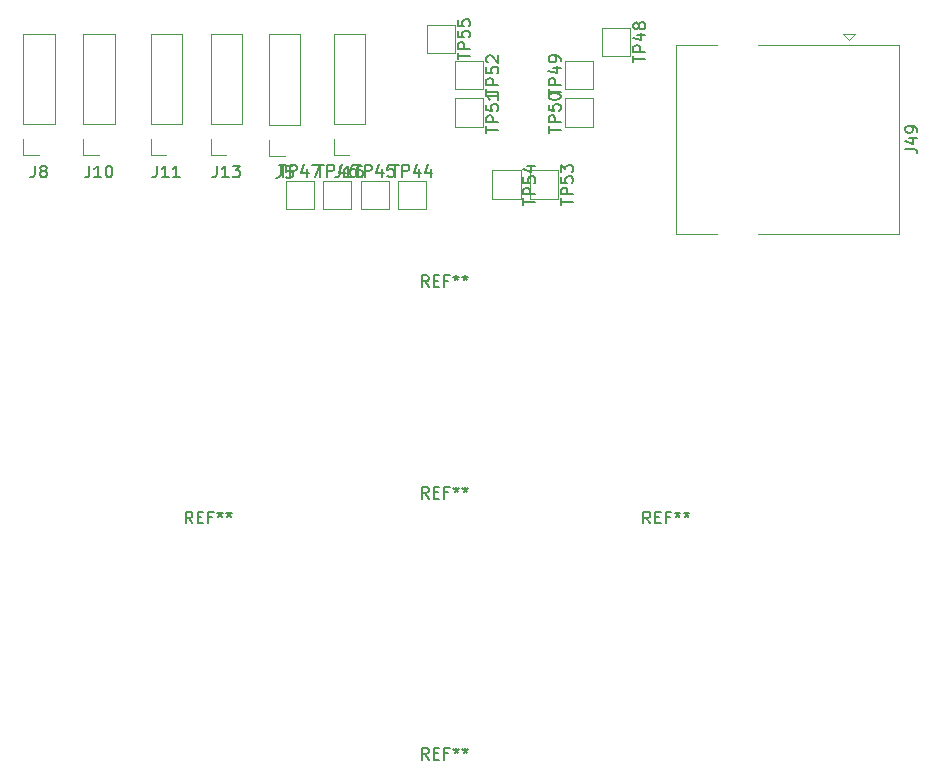
<source format=gbr>
%TF.GenerationSoftware,KiCad,Pcbnew,(5.1.9)-1*%
%TF.CreationDate,2021-04-12T23:12:51+02:00*%
%TF.ProjectId,Version1Female,56657273-696f-46e3-9146-656d616c652e,rev?*%
%TF.SameCoordinates,Original*%
%TF.FileFunction,Legend,Top*%
%TF.FilePolarity,Positive*%
%FSLAX46Y46*%
G04 Gerber Fmt 4.6, Leading zero omitted, Abs format (unit mm)*
G04 Created by KiCad (PCBNEW (5.1.9)-1) date 2021-04-12 23:12:51*
%MOMM*%
%LPD*%
G01*
G04 APERTURE LIST*
%ADD10C,0.120000*%
%ADD11C,0.150000*%
G04 APERTURE END LIST*
D10*
%TO.C,J5*%
X126225000Y-56625000D02*
X124895000Y-56625000D01*
X124895000Y-56625000D02*
X124895000Y-55295000D01*
X124895000Y-54025000D02*
X124895000Y-46345000D01*
X127555000Y-46345000D02*
X124895000Y-46345000D01*
X127555000Y-54025000D02*
X127555000Y-46345000D01*
X127555000Y-54025000D02*
X124895000Y-54025000D01*
%TO.C,J13*%
X121285000Y-56575000D02*
X119955000Y-56575000D01*
X119955000Y-56575000D02*
X119955000Y-55245000D01*
X119955000Y-53975000D02*
X119955000Y-46295000D01*
X122615000Y-46295000D02*
X119955000Y-46295000D01*
X122615000Y-53975000D02*
X122615000Y-46295000D01*
X122615000Y-53975000D02*
X119955000Y-53975000D01*
%TO.C,J11*%
X116205000Y-56575000D02*
X114875000Y-56575000D01*
X114875000Y-56575000D02*
X114875000Y-55245000D01*
X114875000Y-53975000D02*
X114875000Y-46295000D01*
X117535000Y-46295000D02*
X114875000Y-46295000D01*
X117535000Y-53975000D02*
X117535000Y-46295000D01*
X117535000Y-53975000D02*
X114875000Y-53975000D01*
%TO.C,J16*%
X131690000Y-56575000D02*
X130360000Y-56575000D01*
X130360000Y-56575000D02*
X130360000Y-55245000D01*
X130360000Y-53975000D02*
X130360000Y-46295000D01*
X133020000Y-46295000D02*
X130360000Y-46295000D01*
X133020000Y-53975000D02*
X133020000Y-46295000D01*
X133020000Y-53975000D02*
X130360000Y-53975000D01*
%TO.C,J8*%
X105410000Y-56575000D02*
X104080000Y-56575000D01*
X104080000Y-56575000D02*
X104080000Y-55245000D01*
X104080000Y-53975000D02*
X104080000Y-46295000D01*
X106740000Y-46295000D02*
X104080000Y-46295000D01*
X106740000Y-53975000D02*
X106740000Y-46295000D01*
X106740000Y-53975000D02*
X104080000Y-53975000D01*
%TO.C,J10*%
X110490000Y-56575000D02*
X109160000Y-56575000D01*
X109160000Y-56575000D02*
X109160000Y-55245000D01*
X109160000Y-53975000D02*
X109160000Y-46295000D01*
X111820000Y-46295000D02*
X109160000Y-46295000D01*
X111820000Y-53975000D02*
X111820000Y-46295000D01*
X111820000Y-53975000D02*
X109160000Y-53975000D01*
%TO.C,TP44*%
X135833000Y-58744000D02*
X138233000Y-58744000D01*
X138233000Y-58744000D02*
X138233000Y-61144000D01*
X138233000Y-61144000D02*
X135833000Y-61144000D01*
X135833000Y-61144000D02*
X135833000Y-58744000D01*
%TO.C,J49*%
X162840000Y-47235000D02*
X159400000Y-47235000D01*
X173482000Y-46359000D02*
X173990000Y-46867000D01*
X174498000Y-46359000D02*
X173482000Y-46359000D01*
X173990000Y-46867000D02*
X174498000Y-46359000D01*
X162840000Y-63255000D02*
X159400000Y-63255000D01*
X159400000Y-63255000D02*
X159400000Y-47235000D01*
X178270000Y-47235000D02*
X166340000Y-47235000D01*
X178270000Y-63255000D02*
X178270000Y-47235000D01*
X178270000Y-63255000D02*
X166340000Y-63255000D01*
%TO.C,TP55*%
X138246000Y-45536000D02*
X140646000Y-45536000D01*
X138246000Y-47936000D02*
X138246000Y-45536000D01*
X140646000Y-47936000D02*
X138246000Y-47936000D01*
X140646000Y-45536000D02*
X140646000Y-47936000D01*
%TO.C,TP54*%
X143792757Y-57870483D02*
X146192757Y-57870483D01*
X143792757Y-60270483D02*
X143792757Y-57870483D01*
X146192757Y-60270483D02*
X143792757Y-60270483D01*
X146192757Y-57870483D02*
X146192757Y-60270483D01*
%TO.C,TP53*%
X146967757Y-57870483D02*
X149367757Y-57870483D01*
X146967757Y-60270483D02*
X146967757Y-57870483D01*
X149367757Y-60270483D02*
X146967757Y-60270483D01*
X149367757Y-57870483D02*
X149367757Y-60270483D01*
%TO.C,TP52*%
X140659000Y-48584000D02*
X143059000Y-48584000D01*
X140659000Y-50984000D02*
X140659000Y-48584000D01*
X143059000Y-50984000D02*
X140659000Y-50984000D01*
X143059000Y-48584000D02*
X143059000Y-50984000D01*
%TO.C,TP51*%
X140659000Y-51759000D02*
X143059000Y-51759000D01*
X140659000Y-54159000D02*
X140659000Y-51759000D01*
X143059000Y-54159000D02*
X140659000Y-54159000D01*
X143059000Y-51759000D02*
X143059000Y-54159000D01*
%TO.C,TP50*%
X152330000Y-54159000D02*
X149930000Y-54159000D01*
X152330000Y-51759000D02*
X152330000Y-54159000D01*
X149930000Y-51759000D02*
X152330000Y-51759000D01*
X149930000Y-54159000D02*
X149930000Y-51759000D01*
%TO.C,TP49*%
X152330000Y-50984000D02*
X149930000Y-50984000D01*
X152330000Y-48584000D02*
X152330000Y-50984000D01*
X149930000Y-48584000D02*
X152330000Y-48584000D01*
X149930000Y-50984000D02*
X149930000Y-48584000D01*
%TO.C,TP48*%
X153105000Y-45790000D02*
X155505000Y-45790000D01*
X153105000Y-48190000D02*
X153105000Y-45790000D01*
X155505000Y-48190000D02*
X153105000Y-48190000D01*
X155505000Y-45790000D02*
X155505000Y-48190000D01*
%TO.C,TP47*%
X126308000Y-61144000D02*
X126308000Y-58744000D01*
X128708000Y-61144000D02*
X126308000Y-61144000D01*
X128708000Y-58744000D02*
X128708000Y-61144000D01*
X126308000Y-58744000D02*
X128708000Y-58744000D01*
%TO.C,TP46*%
X129483000Y-61144000D02*
X129483000Y-58744000D01*
X131883000Y-61144000D02*
X129483000Y-61144000D01*
X131883000Y-58744000D02*
X131883000Y-61144000D01*
X129483000Y-58744000D02*
X131883000Y-58744000D01*
%TO.C,TP45*%
X132658000Y-58744000D02*
X135058000Y-58744000D01*
X135058000Y-58744000D02*
X135058000Y-61144000D01*
X135058000Y-61144000D02*
X132658000Y-61144000D01*
X132658000Y-61144000D02*
X132658000Y-58744000D01*
%TO.C,J5*%
D11*
X125891666Y-57517380D02*
X125891666Y-58231666D01*
X125844047Y-58374523D01*
X125748809Y-58469761D01*
X125605952Y-58517380D01*
X125510714Y-58517380D01*
X126844047Y-57517380D02*
X126367857Y-57517380D01*
X126320238Y-57993571D01*
X126367857Y-57945952D01*
X126463095Y-57898333D01*
X126701190Y-57898333D01*
X126796428Y-57945952D01*
X126844047Y-57993571D01*
X126891666Y-58088809D01*
X126891666Y-58326904D01*
X126844047Y-58422142D01*
X126796428Y-58469761D01*
X126701190Y-58517380D01*
X126463095Y-58517380D01*
X126367857Y-58469761D01*
X126320238Y-58422142D01*
%TO.C,J13*%
X120475476Y-57467380D02*
X120475476Y-58181666D01*
X120427857Y-58324523D01*
X120332619Y-58419761D01*
X120189761Y-58467380D01*
X120094523Y-58467380D01*
X121475476Y-58467380D02*
X120904047Y-58467380D01*
X121189761Y-58467380D02*
X121189761Y-57467380D01*
X121094523Y-57610238D01*
X120999285Y-57705476D01*
X120904047Y-57753095D01*
X121808809Y-57467380D02*
X122427857Y-57467380D01*
X122094523Y-57848333D01*
X122237380Y-57848333D01*
X122332619Y-57895952D01*
X122380238Y-57943571D01*
X122427857Y-58038809D01*
X122427857Y-58276904D01*
X122380238Y-58372142D01*
X122332619Y-58419761D01*
X122237380Y-58467380D01*
X121951666Y-58467380D01*
X121856428Y-58419761D01*
X121808809Y-58372142D01*
%TO.C,J11*%
X115395476Y-57467380D02*
X115395476Y-58181666D01*
X115347857Y-58324523D01*
X115252619Y-58419761D01*
X115109761Y-58467380D01*
X115014523Y-58467380D01*
X116395476Y-58467380D02*
X115824047Y-58467380D01*
X116109761Y-58467380D02*
X116109761Y-57467380D01*
X116014523Y-57610238D01*
X115919285Y-57705476D01*
X115824047Y-57753095D01*
X117347857Y-58467380D02*
X116776428Y-58467380D01*
X117062142Y-58467380D02*
X117062142Y-57467380D01*
X116966904Y-57610238D01*
X116871666Y-57705476D01*
X116776428Y-57753095D01*
%TO.C,J16*%
X130880476Y-57467380D02*
X130880476Y-58181666D01*
X130832857Y-58324523D01*
X130737619Y-58419761D01*
X130594761Y-58467380D01*
X130499523Y-58467380D01*
X131880476Y-58467380D02*
X131309047Y-58467380D01*
X131594761Y-58467380D02*
X131594761Y-57467380D01*
X131499523Y-57610238D01*
X131404285Y-57705476D01*
X131309047Y-57753095D01*
X132737619Y-57467380D02*
X132547142Y-57467380D01*
X132451904Y-57515000D01*
X132404285Y-57562619D01*
X132309047Y-57705476D01*
X132261428Y-57895952D01*
X132261428Y-58276904D01*
X132309047Y-58372142D01*
X132356666Y-58419761D01*
X132451904Y-58467380D01*
X132642380Y-58467380D01*
X132737619Y-58419761D01*
X132785238Y-58372142D01*
X132832857Y-58276904D01*
X132832857Y-58038809D01*
X132785238Y-57943571D01*
X132737619Y-57895952D01*
X132642380Y-57848333D01*
X132451904Y-57848333D01*
X132356666Y-57895952D01*
X132309047Y-57943571D01*
X132261428Y-58038809D01*
%TO.C,J8*%
X105076666Y-57467380D02*
X105076666Y-58181666D01*
X105029047Y-58324523D01*
X104933809Y-58419761D01*
X104790952Y-58467380D01*
X104695714Y-58467380D01*
X105695714Y-57895952D02*
X105600476Y-57848333D01*
X105552857Y-57800714D01*
X105505238Y-57705476D01*
X105505238Y-57657857D01*
X105552857Y-57562619D01*
X105600476Y-57515000D01*
X105695714Y-57467380D01*
X105886190Y-57467380D01*
X105981428Y-57515000D01*
X106029047Y-57562619D01*
X106076666Y-57657857D01*
X106076666Y-57705476D01*
X106029047Y-57800714D01*
X105981428Y-57848333D01*
X105886190Y-57895952D01*
X105695714Y-57895952D01*
X105600476Y-57943571D01*
X105552857Y-57991190D01*
X105505238Y-58086428D01*
X105505238Y-58276904D01*
X105552857Y-58372142D01*
X105600476Y-58419761D01*
X105695714Y-58467380D01*
X105886190Y-58467380D01*
X105981428Y-58419761D01*
X106029047Y-58372142D01*
X106076666Y-58276904D01*
X106076666Y-58086428D01*
X106029047Y-57991190D01*
X105981428Y-57943571D01*
X105886190Y-57895952D01*
%TO.C,J10*%
X109680476Y-57467380D02*
X109680476Y-58181666D01*
X109632857Y-58324523D01*
X109537619Y-58419761D01*
X109394761Y-58467380D01*
X109299523Y-58467380D01*
X110680476Y-58467380D02*
X110109047Y-58467380D01*
X110394761Y-58467380D02*
X110394761Y-57467380D01*
X110299523Y-57610238D01*
X110204285Y-57705476D01*
X110109047Y-57753095D01*
X111299523Y-57467380D02*
X111394761Y-57467380D01*
X111490000Y-57515000D01*
X111537619Y-57562619D01*
X111585238Y-57657857D01*
X111632857Y-57848333D01*
X111632857Y-58086428D01*
X111585238Y-58276904D01*
X111537619Y-58372142D01*
X111490000Y-58419761D01*
X111394761Y-58467380D01*
X111299523Y-58467380D01*
X111204285Y-58419761D01*
X111156666Y-58372142D01*
X111109047Y-58276904D01*
X111061428Y-58086428D01*
X111061428Y-57848333D01*
X111109047Y-57657857D01*
X111156666Y-57562619D01*
X111204285Y-57515000D01*
X111299523Y-57467380D01*
%TO.C,TP44*%
X135294904Y-57398380D02*
X135866333Y-57398380D01*
X135580619Y-58398380D02*
X135580619Y-57398380D01*
X136199666Y-58398380D02*
X136199666Y-57398380D01*
X136580619Y-57398380D01*
X136675857Y-57446000D01*
X136723476Y-57493619D01*
X136771095Y-57588857D01*
X136771095Y-57731714D01*
X136723476Y-57826952D01*
X136675857Y-57874571D01*
X136580619Y-57922190D01*
X136199666Y-57922190D01*
X137628238Y-57731714D02*
X137628238Y-58398380D01*
X137390142Y-57350761D02*
X137152047Y-58065047D01*
X137771095Y-58065047D01*
X138580619Y-57731714D02*
X138580619Y-58398380D01*
X138342523Y-57350761D02*
X138104428Y-58065047D01*
X138723476Y-58065047D01*
%TO.C,REF\u002A\u002A*%
X138416666Y-67752380D02*
X138083333Y-67276190D01*
X137845238Y-67752380D02*
X137845238Y-66752380D01*
X138226190Y-66752380D01*
X138321428Y-66800000D01*
X138369047Y-66847619D01*
X138416666Y-66942857D01*
X138416666Y-67085714D01*
X138369047Y-67180952D01*
X138321428Y-67228571D01*
X138226190Y-67276190D01*
X137845238Y-67276190D01*
X138845238Y-67228571D02*
X139178571Y-67228571D01*
X139321428Y-67752380D02*
X138845238Y-67752380D01*
X138845238Y-66752380D01*
X139321428Y-66752380D01*
X140083333Y-67228571D02*
X139750000Y-67228571D01*
X139750000Y-67752380D02*
X139750000Y-66752380D01*
X140226190Y-66752380D01*
X140750000Y-66752380D02*
X140750000Y-66990476D01*
X140511904Y-66895238D02*
X140750000Y-66990476D01*
X140988095Y-66895238D01*
X140607142Y-67180952D02*
X140750000Y-66990476D01*
X140892857Y-67180952D01*
X141511904Y-66752380D02*
X141511904Y-66990476D01*
X141273809Y-66895238D02*
X141511904Y-66990476D01*
X141750000Y-66895238D01*
X141369047Y-67180952D02*
X141511904Y-66990476D01*
X141654761Y-67180952D01*
X118416666Y-87752380D02*
X118083333Y-87276190D01*
X117845238Y-87752380D02*
X117845238Y-86752380D01*
X118226190Y-86752380D01*
X118321428Y-86800000D01*
X118369047Y-86847619D01*
X118416666Y-86942857D01*
X118416666Y-87085714D01*
X118369047Y-87180952D01*
X118321428Y-87228571D01*
X118226190Y-87276190D01*
X117845238Y-87276190D01*
X118845238Y-87228571D02*
X119178571Y-87228571D01*
X119321428Y-87752380D02*
X118845238Y-87752380D01*
X118845238Y-86752380D01*
X119321428Y-86752380D01*
X120083333Y-87228571D02*
X119750000Y-87228571D01*
X119750000Y-87752380D02*
X119750000Y-86752380D01*
X120226190Y-86752380D01*
X120750000Y-86752380D02*
X120750000Y-86990476D01*
X120511904Y-86895238D02*
X120750000Y-86990476D01*
X120988095Y-86895238D01*
X120607142Y-87180952D02*
X120750000Y-86990476D01*
X120892857Y-87180952D01*
X121511904Y-86752380D02*
X121511904Y-86990476D01*
X121273809Y-86895238D02*
X121511904Y-86990476D01*
X121750000Y-86895238D01*
X121369047Y-87180952D02*
X121511904Y-86990476D01*
X121654761Y-87180952D01*
X138416666Y-107752380D02*
X138083333Y-107276190D01*
X137845238Y-107752380D02*
X137845238Y-106752380D01*
X138226190Y-106752380D01*
X138321428Y-106800000D01*
X138369047Y-106847619D01*
X138416666Y-106942857D01*
X138416666Y-107085714D01*
X138369047Y-107180952D01*
X138321428Y-107228571D01*
X138226190Y-107276190D01*
X137845238Y-107276190D01*
X138845238Y-107228571D02*
X139178571Y-107228571D01*
X139321428Y-107752380D02*
X138845238Y-107752380D01*
X138845238Y-106752380D01*
X139321428Y-106752380D01*
X140083333Y-107228571D02*
X139750000Y-107228571D01*
X139750000Y-107752380D02*
X139750000Y-106752380D01*
X140226190Y-106752380D01*
X140750000Y-106752380D02*
X140750000Y-106990476D01*
X140511904Y-106895238D02*
X140750000Y-106990476D01*
X140988095Y-106895238D01*
X140607142Y-107180952D02*
X140750000Y-106990476D01*
X140892857Y-107180952D01*
X141511904Y-106752380D02*
X141511904Y-106990476D01*
X141273809Y-106895238D02*
X141511904Y-106990476D01*
X141750000Y-106895238D01*
X141369047Y-107180952D02*
X141511904Y-106990476D01*
X141654761Y-107180952D01*
X157166666Y-87752380D02*
X156833333Y-87276190D01*
X156595238Y-87752380D02*
X156595238Y-86752380D01*
X156976190Y-86752380D01*
X157071428Y-86800000D01*
X157119047Y-86847619D01*
X157166666Y-86942857D01*
X157166666Y-87085714D01*
X157119047Y-87180952D01*
X157071428Y-87228571D01*
X156976190Y-87276190D01*
X156595238Y-87276190D01*
X157595238Y-87228571D02*
X157928571Y-87228571D01*
X158071428Y-87752380D02*
X157595238Y-87752380D01*
X157595238Y-86752380D01*
X158071428Y-86752380D01*
X158833333Y-87228571D02*
X158500000Y-87228571D01*
X158500000Y-87752380D02*
X158500000Y-86752380D01*
X158976190Y-86752380D01*
X159500000Y-86752380D02*
X159500000Y-86990476D01*
X159261904Y-86895238D02*
X159500000Y-86990476D01*
X159738095Y-86895238D01*
X159357142Y-87180952D02*
X159500000Y-86990476D01*
X159642857Y-87180952D01*
X160261904Y-86752380D02*
X160261904Y-86990476D01*
X160023809Y-86895238D02*
X160261904Y-86990476D01*
X160500000Y-86895238D01*
X160119047Y-87180952D02*
X160261904Y-86990476D01*
X160404761Y-87180952D01*
%TO.C,J49*%
X178782380Y-56054523D02*
X179496666Y-56054523D01*
X179639523Y-56102142D01*
X179734761Y-56197380D01*
X179782380Y-56340238D01*
X179782380Y-56435476D01*
X179115714Y-55149761D02*
X179782380Y-55149761D01*
X178734761Y-55387857D02*
X179449047Y-55625952D01*
X179449047Y-55006904D01*
X179782380Y-54578333D02*
X179782380Y-54387857D01*
X179734761Y-54292619D01*
X179687142Y-54245000D01*
X179544285Y-54149761D01*
X179353809Y-54102142D01*
X178972857Y-54102142D01*
X178877619Y-54149761D01*
X178830000Y-54197380D01*
X178782380Y-54292619D01*
X178782380Y-54483095D01*
X178830000Y-54578333D01*
X178877619Y-54625952D01*
X178972857Y-54673571D01*
X179210952Y-54673571D01*
X179306190Y-54625952D01*
X179353809Y-54578333D01*
X179401428Y-54483095D01*
X179401428Y-54292619D01*
X179353809Y-54197380D01*
X179306190Y-54149761D01*
X179210952Y-54102142D01*
%TO.C,REF\u002A\u002A*%
X138416666Y-85652380D02*
X138083333Y-85176190D01*
X137845238Y-85652380D02*
X137845238Y-84652380D01*
X138226190Y-84652380D01*
X138321428Y-84700000D01*
X138369047Y-84747619D01*
X138416666Y-84842857D01*
X138416666Y-84985714D01*
X138369047Y-85080952D01*
X138321428Y-85128571D01*
X138226190Y-85176190D01*
X137845238Y-85176190D01*
X138845238Y-85128571D02*
X139178571Y-85128571D01*
X139321428Y-85652380D02*
X138845238Y-85652380D01*
X138845238Y-84652380D01*
X139321428Y-84652380D01*
X140083333Y-85128571D02*
X139750000Y-85128571D01*
X139750000Y-85652380D02*
X139750000Y-84652380D01*
X140226190Y-84652380D01*
X140750000Y-84652380D02*
X140750000Y-84890476D01*
X140511904Y-84795238D02*
X140750000Y-84890476D01*
X140988095Y-84795238D01*
X140607142Y-85080952D02*
X140750000Y-84890476D01*
X140892857Y-85080952D01*
X141511904Y-84652380D02*
X141511904Y-84890476D01*
X141273809Y-84795238D02*
X141511904Y-84890476D01*
X141750000Y-84795238D01*
X141369047Y-85080952D02*
X141511904Y-84890476D01*
X141654761Y-85080952D01*
%TO.C,TP55*%
X140896380Y-48474095D02*
X140896380Y-47902666D01*
X141896380Y-48188380D02*
X140896380Y-48188380D01*
X141896380Y-47569333D02*
X140896380Y-47569333D01*
X140896380Y-47188380D01*
X140944000Y-47093142D01*
X140991619Y-47045523D01*
X141086857Y-46997904D01*
X141229714Y-46997904D01*
X141324952Y-47045523D01*
X141372571Y-47093142D01*
X141420190Y-47188380D01*
X141420190Y-47569333D01*
X140896380Y-46093142D02*
X140896380Y-46569333D01*
X141372571Y-46616952D01*
X141324952Y-46569333D01*
X141277333Y-46474095D01*
X141277333Y-46236000D01*
X141324952Y-46140761D01*
X141372571Y-46093142D01*
X141467809Y-46045523D01*
X141705904Y-46045523D01*
X141801142Y-46093142D01*
X141848761Y-46140761D01*
X141896380Y-46236000D01*
X141896380Y-46474095D01*
X141848761Y-46569333D01*
X141801142Y-46616952D01*
X140896380Y-45140761D02*
X140896380Y-45616952D01*
X141372571Y-45664571D01*
X141324952Y-45616952D01*
X141277333Y-45521714D01*
X141277333Y-45283619D01*
X141324952Y-45188380D01*
X141372571Y-45140761D01*
X141467809Y-45093142D01*
X141705904Y-45093142D01*
X141801142Y-45140761D01*
X141848761Y-45188380D01*
X141896380Y-45283619D01*
X141896380Y-45521714D01*
X141848761Y-45616952D01*
X141801142Y-45664571D01*
%TO.C,TP54*%
X146443137Y-60808578D02*
X146443137Y-60237149D01*
X147443137Y-60522863D02*
X146443137Y-60522863D01*
X147443137Y-59903816D02*
X146443137Y-59903816D01*
X146443137Y-59522863D01*
X146490757Y-59427625D01*
X146538376Y-59380006D01*
X146633614Y-59332387D01*
X146776471Y-59332387D01*
X146871709Y-59380006D01*
X146919328Y-59427625D01*
X146966947Y-59522863D01*
X146966947Y-59903816D01*
X146443137Y-58427625D02*
X146443137Y-58903816D01*
X146919328Y-58951435D01*
X146871709Y-58903816D01*
X146824090Y-58808578D01*
X146824090Y-58570483D01*
X146871709Y-58475244D01*
X146919328Y-58427625D01*
X147014566Y-58380006D01*
X147252661Y-58380006D01*
X147347899Y-58427625D01*
X147395518Y-58475244D01*
X147443137Y-58570483D01*
X147443137Y-58808578D01*
X147395518Y-58903816D01*
X147347899Y-58951435D01*
X146776471Y-57522863D02*
X147443137Y-57522863D01*
X146395518Y-57760959D02*
X147109804Y-57999054D01*
X147109804Y-57380006D01*
%TO.C,TP53*%
X149618137Y-60808578D02*
X149618137Y-60237149D01*
X150618137Y-60522863D02*
X149618137Y-60522863D01*
X150618137Y-59903816D02*
X149618137Y-59903816D01*
X149618137Y-59522863D01*
X149665757Y-59427625D01*
X149713376Y-59380006D01*
X149808614Y-59332387D01*
X149951471Y-59332387D01*
X150046709Y-59380006D01*
X150094328Y-59427625D01*
X150141947Y-59522863D01*
X150141947Y-59903816D01*
X149618137Y-58427625D02*
X149618137Y-58903816D01*
X150094328Y-58951435D01*
X150046709Y-58903816D01*
X149999090Y-58808578D01*
X149999090Y-58570483D01*
X150046709Y-58475244D01*
X150094328Y-58427625D01*
X150189566Y-58380006D01*
X150427661Y-58380006D01*
X150522899Y-58427625D01*
X150570518Y-58475244D01*
X150618137Y-58570483D01*
X150618137Y-58808578D01*
X150570518Y-58903816D01*
X150522899Y-58951435D01*
X149618137Y-58046673D02*
X149618137Y-57427625D01*
X149999090Y-57760959D01*
X149999090Y-57618102D01*
X150046709Y-57522863D01*
X150094328Y-57475244D01*
X150189566Y-57427625D01*
X150427661Y-57427625D01*
X150522899Y-57475244D01*
X150570518Y-57522863D01*
X150618137Y-57618102D01*
X150618137Y-57903816D01*
X150570518Y-57999054D01*
X150522899Y-58046673D01*
%TO.C,TP52*%
X143309380Y-51522095D02*
X143309380Y-50950666D01*
X144309380Y-51236380D02*
X143309380Y-51236380D01*
X144309380Y-50617333D02*
X143309380Y-50617333D01*
X143309380Y-50236380D01*
X143357000Y-50141142D01*
X143404619Y-50093523D01*
X143499857Y-50045904D01*
X143642714Y-50045904D01*
X143737952Y-50093523D01*
X143785571Y-50141142D01*
X143833190Y-50236380D01*
X143833190Y-50617333D01*
X143309380Y-49141142D02*
X143309380Y-49617333D01*
X143785571Y-49664952D01*
X143737952Y-49617333D01*
X143690333Y-49522095D01*
X143690333Y-49284000D01*
X143737952Y-49188761D01*
X143785571Y-49141142D01*
X143880809Y-49093523D01*
X144118904Y-49093523D01*
X144214142Y-49141142D01*
X144261761Y-49188761D01*
X144309380Y-49284000D01*
X144309380Y-49522095D01*
X144261761Y-49617333D01*
X144214142Y-49664952D01*
X143404619Y-48712571D02*
X143357000Y-48664952D01*
X143309380Y-48569714D01*
X143309380Y-48331619D01*
X143357000Y-48236380D01*
X143404619Y-48188761D01*
X143499857Y-48141142D01*
X143595095Y-48141142D01*
X143737952Y-48188761D01*
X144309380Y-48760190D01*
X144309380Y-48141142D01*
%TO.C,TP51*%
X143309380Y-54697095D02*
X143309380Y-54125666D01*
X144309380Y-54411380D02*
X143309380Y-54411380D01*
X144309380Y-53792333D02*
X143309380Y-53792333D01*
X143309380Y-53411380D01*
X143357000Y-53316142D01*
X143404619Y-53268523D01*
X143499857Y-53220904D01*
X143642714Y-53220904D01*
X143737952Y-53268523D01*
X143785571Y-53316142D01*
X143833190Y-53411380D01*
X143833190Y-53792333D01*
X143309380Y-52316142D02*
X143309380Y-52792333D01*
X143785571Y-52839952D01*
X143737952Y-52792333D01*
X143690333Y-52697095D01*
X143690333Y-52459000D01*
X143737952Y-52363761D01*
X143785571Y-52316142D01*
X143880809Y-52268523D01*
X144118904Y-52268523D01*
X144214142Y-52316142D01*
X144261761Y-52363761D01*
X144309380Y-52459000D01*
X144309380Y-52697095D01*
X144261761Y-52792333D01*
X144214142Y-52839952D01*
X144309380Y-51316142D02*
X144309380Y-51887571D01*
X144309380Y-51601857D02*
X143309380Y-51601857D01*
X143452238Y-51697095D01*
X143547476Y-51792333D01*
X143595095Y-51887571D01*
%TO.C,TP50*%
X148584380Y-54697095D02*
X148584380Y-54125666D01*
X149584380Y-54411380D02*
X148584380Y-54411380D01*
X149584380Y-53792333D02*
X148584380Y-53792333D01*
X148584380Y-53411380D01*
X148632000Y-53316142D01*
X148679619Y-53268523D01*
X148774857Y-53220904D01*
X148917714Y-53220904D01*
X149012952Y-53268523D01*
X149060571Y-53316142D01*
X149108190Y-53411380D01*
X149108190Y-53792333D01*
X148584380Y-52316142D02*
X148584380Y-52792333D01*
X149060571Y-52839952D01*
X149012952Y-52792333D01*
X148965333Y-52697095D01*
X148965333Y-52459000D01*
X149012952Y-52363761D01*
X149060571Y-52316142D01*
X149155809Y-52268523D01*
X149393904Y-52268523D01*
X149489142Y-52316142D01*
X149536761Y-52363761D01*
X149584380Y-52459000D01*
X149584380Y-52697095D01*
X149536761Y-52792333D01*
X149489142Y-52839952D01*
X148584380Y-51649476D02*
X148584380Y-51554238D01*
X148632000Y-51459000D01*
X148679619Y-51411380D01*
X148774857Y-51363761D01*
X148965333Y-51316142D01*
X149203428Y-51316142D01*
X149393904Y-51363761D01*
X149489142Y-51411380D01*
X149536761Y-51459000D01*
X149584380Y-51554238D01*
X149584380Y-51649476D01*
X149536761Y-51744714D01*
X149489142Y-51792333D01*
X149393904Y-51839952D01*
X149203428Y-51887571D01*
X148965333Y-51887571D01*
X148774857Y-51839952D01*
X148679619Y-51792333D01*
X148632000Y-51744714D01*
X148584380Y-51649476D01*
%TO.C,TP49*%
X148584380Y-51522095D02*
X148584380Y-50950666D01*
X149584380Y-51236380D02*
X148584380Y-51236380D01*
X149584380Y-50617333D02*
X148584380Y-50617333D01*
X148584380Y-50236380D01*
X148632000Y-50141142D01*
X148679619Y-50093523D01*
X148774857Y-50045904D01*
X148917714Y-50045904D01*
X149012952Y-50093523D01*
X149060571Y-50141142D01*
X149108190Y-50236380D01*
X149108190Y-50617333D01*
X148917714Y-49188761D02*
X149584380Y-49188761D01*
X148536761Y-49426857D02*
X149251047Y-49664952D01*
X149251047Y-49045904D01*
X149584380Y-48617333D02*
X149584380Y-48426857D01*
X149536761Y-48331619D01*
X149489142Y-48284000D01*
X149346285Y-48188761D01*
X149155809Y-48141142D01*
X148774857Y-48141142D01*
X148679619Y-48188761D01*
X148632000Y-48236380D01*
X148584380Y-48331619D01*
X148584380Y-48522095D01*
X148632000Y-48617333D01*
X148679619Y-48664952D01*
X148774857Y-48712571D01*
X149012952Y-48712571D01*
X149108190Y-48664952D01*
X149155809Y-48617333D01*
X149203428Y-48522095D01*
X149203428Y-48331619D01*
X149155809Y-48236380D01*
X149108190Y-48188761D01*
X149012952Y-48141142D01*
%TO.C,TP48*%
X155755380Y-48728095D02*
X155755380Y-48156666D01*
X156755380Y-48442380D02*
X155755380Y-48442380D01*
X156755380Y-47823333D02*
X155755380Y-47823333D01*
X155755380Y-47442380D01*
X155803000Y-47347142D01*
X155850619Y-47299523D01*
X155945857Y-47251904D01*
X156088714Y-47251904D01*
X156183952Y-47299523D01*
X156231571Y-47347142D01*
X156279190Y-47442380D01*
X156279190Y-47823333D01*
X156088714Y-46394761D02*
X156755380Y-46394761D01*
X155707761Y-46632857D02*
X156422047Y-46870952D01*
X156422047Y-46251904D01*
X156183952Y-45728095D02*
X156136333Y-45823333D01*
X156088714Y-45870952D01*
X155993476Y-45918571D01*
X155945857Y-45918571D01*
X155850619Y-45870952D01*
X155803000Y-45823333D01*
X155755380Y-45728095D01*
X155755380Y-45537619D01*
X155803000Y-45442380D01*
X155850619Y-45394761D01*
X155945857Y-45347142D01*
X155993476Y-45347142D01*
X156088714Y-45394761D01*
X156136333Y-45442380D01*
X156183952Y-45537619D01*
X156183952Y-45728095D01*
X156231571Y-45823333D01*
X156279190Y-45870952D01*
X156374428Y-45918571D01*
X156564904Y-45918571D01*
X156660142Y-45870952D01*
X156707761Y-45823333D01*
X156755380Y-45728095D01*
X156755380Y-45537619D01*
X156707761Y-45442380D01*
X156660142Y-45394761D01*
X156564904Y-45347142D01*
X156374428Y-45347142D01*
X156279190Y-45394761D01*
X156231571Y-45442380D01*
X156183952Y-45537619D01*
%TO.C,TP47*%
X125769904Y-57398380D02*
X126341333Y-57398380D01*
X126055619Y-58398380D02*
X126055619Y-57398380D01*
X126674666Y-58398380D02*
X126674666Y-57398380D01*
X127055619Y-57398380D01*
X127150857Y-57446000D01*
X127198476Y-57493619D01*
X127246095Y-57588857D01*
X127246095Y-57731714D01*
X127198476Y-57826952D01*
X127150857Y-57874571D01*
X127055619Y-57922190D01*
X126674666Y-57922190D01*
X128103238Y-57731714D02*
X128103238Y-58398380D01*
X127865142Y-57350761D02*
X127627047Y-58065047D01*
X128246095Y-58065047D01*
X128531809Y-57398380D02*
X129198476Y-57398380D01*
X128769904Y-58398380D01*
%TO.C,TP46*%
X128944904Y-57398380D02*
X129516333Y-57398380D01*
X129230619Y-58398380D02*
X129230619Y-57398380D01*
X129849666Y-58398380D02*
X129849666Y-57398380D01*
X130230619Y-57398380D01*
X130325857Y-57446000D01*
X130373476Y-57493619D01*
X130421095Y-57588857D01*
X130421095Y-57731714D01*
X130373476Y-57826952D01*
X130325857Y-57874571D01*
X130230619Y-57922190D01*
X129849666Y-57922190D01*
X131278238Y-57731714D02*
X131278238Y-58398380D01*
X131040142Y-57350761D02*
X130802047Y-58065047D01*
X131421095Y-58065047D01*
X132230619Y-57398380D02*
X132040142Y-57398380D01*
X131944904Y-57446000D01*
X131897285Y-57493619D01*
X131802047Y-57636476D01*
X131754428Y-57826952D01*
X131754428Y-58207904D01*
X131802047Y-58303142D01*
X131849666Y-58350761D01*
X131944904Y-58398380D01*
X132135380Y-58398380D01*
X132230619Y-58350761D01*
X132278238Y-58303142D01*
X132325857Y-58207904D01*
X132325857Y-57969809D01*
X132278238Y-57874571D01*
X132230619Y-57826952D01*
X132135380Y-57779333D01*
X131944904Y-57779333D01*
X131849666Y-57826952D01*
X131802047Y-57874571D01*
X131754428Y-57969809D01*
%TO.C,TP45*%
X132119904Y-57398380D02*
X132691333Y-57398380D01*
X132405619Y-58398380D02*
X132405619Y-57398380D01*
X133024666Y-58398380D02*
X133024666Y-57398380D01*
X133405619Y-57398380D01*
X133500857Y-57446000D01*
X133548476Y-57493619D01*
X133596095Y-57588857D01*
X133596095Y-57731714D01*
X133548476Y-57826952D01*
X133500857Y-57874571D01*
X133405619Y-57922190D01*
X133024666Y-57922190D01*
X134453238Y-57731714D02*
X134453238Y-58398380D01*
X134215142Y-57350761D02*
X133977047Y-58065047D01*
X134596095Y-58065047D01*
X135453238Y-57398380D02*
X134977047Y-57398380D01*
X134929428Y-57874571D01*
X134977047Y-57826952D01*
X135072285Y-57779333D01*
X135310380Y-57779333D01*
X135405619Y-57826952D01*
X135453238Y-57874571D01*
X135500857Y-57969809D01*
X135500857Y-58207904D01*
X135453238Y-58303142D01*
X135405619Y-58350761D01*
X135310380Y-58398380D01*
X135072285Y-58398380D01*
X134977047Y-58350761D01*
X134929428Y-58303142D01*
%TD*%
M02*

</source>
